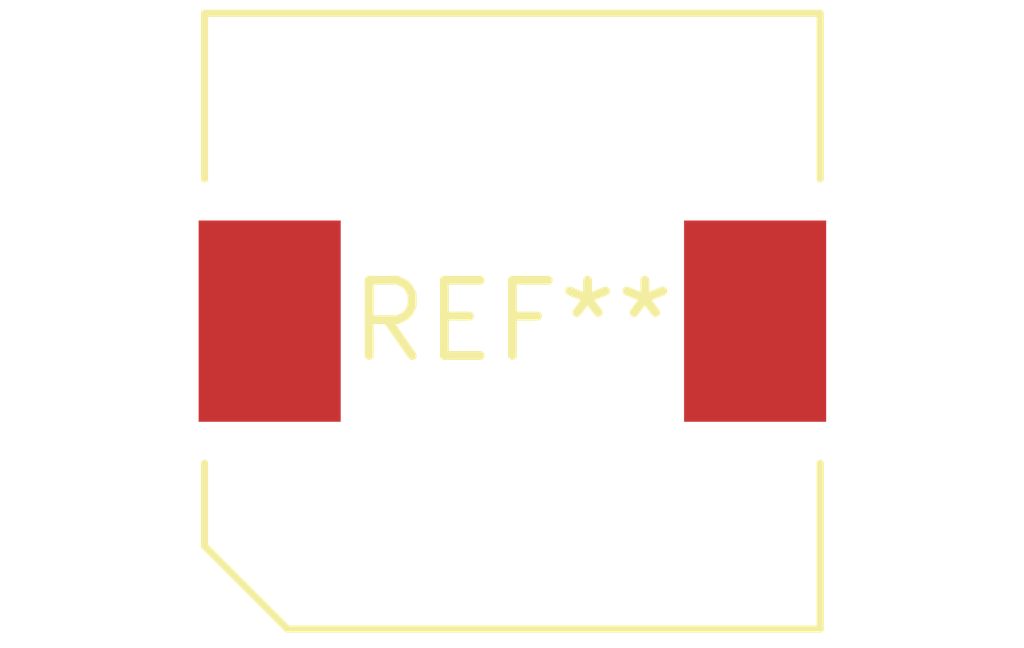
<source format=kicad_pcb>
(kicad_pcb (version 20240108) (generator pcbnew)
  (layers (0 "F.Cu" signal) (31 "B.Cu" signal) (34 "B.Paste" user) (35 "F.Paste" user) (36 "B.SilkS" user "B.Silkscreen") (37 "F.SilkS" user "F.Silkscreen") (38 "B.Mask" user) (39 "F.Mask" user) (44 "Edge.Cuts" user))
  (net 0 "")
  (footprint "L_Wuerth_WE-PDF" (layer "F.Cu") (at 0 0)
    (property "Reference" "REF**")
    (property "Value" "L_Wuerth_WE-PDF")
    (fp_line (start -5.2 -5.2) (end 5.2 -5.2) (layer "F.SilkS") (stroke (width 0.12)))
    (fp_line (start -5.2 -2.4) (end -5.2 -5.2) (layer "F.SilkS") (stroke (width 0.12)))
    (fp_line (start -5.2 3.8) (end -5.2 2.4) (layer "F.SilkS") (stroke (width 0.12)))
    (fp_line (start -3.8 5.2) (end -5.2 3.8) (layer "F.SilkS") (stroke (width 0.12)))
    (fp_line (start 5.2 -5.2) (end 5.2 -2.4) (layer "F.SilkS") (stroke (width 0.12)))
    (fp_line (start 5.2 2.4) (end 5.2 5.2) (layer "F.SilkS") (stroke (width 0.12)))
    (fp_line (start 5.2 5.2) (end -3.8 5.2) (layer "F.SilkS") (stroke (width 0.12)))
    (pad "1" smd rect (at -4.1 0) (size 2.4 3.4) (layers "F.Cu" "F.Paste" "F.Mask"))
    (pad "2" smd rect (at 4.1 0) (size 2.4 3.4) (layers "F.Cu" "F.Paste" "F.Mask"))
  )
)
</source>
